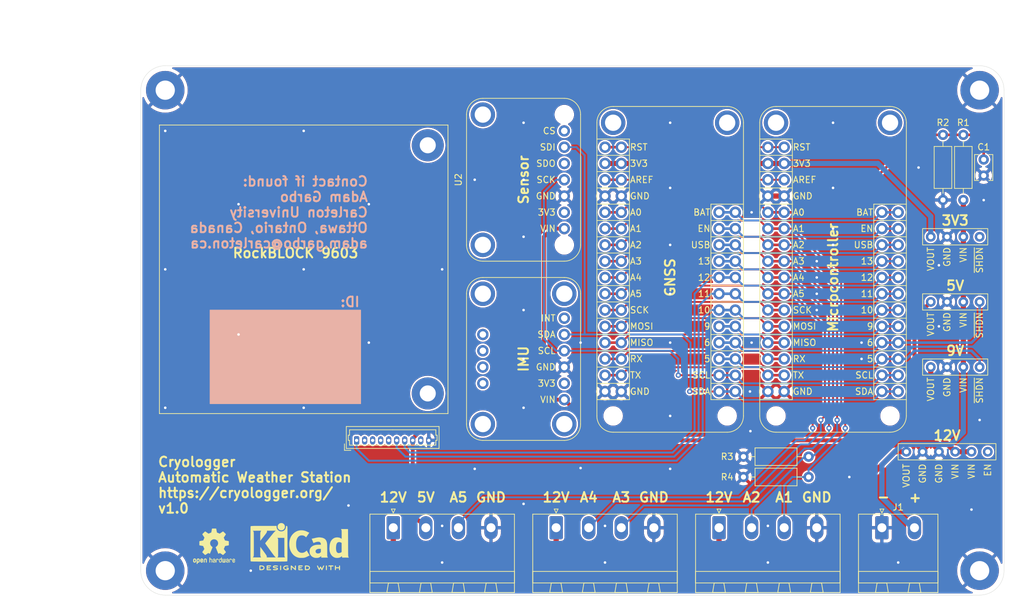
<source format=kicad_pcb>
(kicad_pcb (version 20211014) (generator pcbnew)
  (layers (0 "F.Cu" signal) (31 "B.Cu" signal) (34 "B.Paste" user) (35 "F.Paste" user) (36 "B.SilkS" user "B.Silkscreen") (37 "F.SilkS" user "F.Silkscreen") (38 "B.Mask" user) (39 "F.Mask" user) (44 "Edge.Cuts" user))
  (net 0 "")
  (net 1 "SCL")
  (net 2 "SDA")
  (net 3 "RST")
  (net 4 "AREF")
  (net 5 "SCK")
  (net 6 "MOSI")
  (net 7 "MISO")
  (net 8 "RX0")
  (net 9 "TX1")
  (net 10 "BAT")
  (net 11 "EN")
  (net 12 "A1")
  (net 13 "USB")
  (net 14 "A0")
  (net 15 "A2")
  (net 16 "A3")
  (net 17 "GND")
  (net 18 "+BATT")
  (net 19 "D6")
  (net 20 "D13")
  (net 21 "D5")
  (net 22 "D12")
  (net 23 "D11")
  (net 24 "D10")
  (net 25 "D9")
  (net 26 "+5V")
  (net 27 "+3V3")
  (net 28 "A4")
  (net 29 "A5")
  (net 40 "+9V")
  (net 41 "+12V")
  (footprint "MountingHole:MountingHole_3mm_Pad" (layer "F.Cu") (at 91.44 60.96)
    (fp_text reference "H2")
    (fp_text value "MountingHole_Pad")
  )
  (footprint "Cryologger:Adafruit_Feather_Header_Double" (layer "F.Cu") (at 170.18 88.9)
    (fp_text reference "U3")
    (fp_text value "Adafruit_Feather_Header")
  )
  (footprint "MountingHole:MountingHole_3mm_Pad" (layer "F.Cu") (at 218.44 135.89)
    (fp_text reference "H4")
    (fp_text value "MountingHole_Pad")
  )
  (footprint "MountingHole:MountingHole_3mm_Pad" (layer "F.Cu") (at 218.44 60.96)
    (fp_text reference "H3")
    (fp_text value "MountingHole_Pad")
  )
  (footprint "Cryologger:Adafruit_Feather_Header_Double" (layer "F.Cu") (at 195.58 88.9)
    (fp_text reference "U4")
    (fp_text value "Adafruit_Feather_Header")
  )
  (footprint "Connector_Molex:Molex_PicoBlade_53047-1010_1x10_P1.25mm_Vertical" (layer "F.Cu") (at 121.285 115.57)
    (fp_text reference "U5")
    (fp_text value "ROCKBLOCK_9603")
  )
  (footprint "Cryologger:Adafruit_LSM303AGR" (layer "F.Cu") (at 147.32 102.87 90)
    (fp_text reference "U1")
    (fp_text value "Adafruit_LSM303AGR")
  )
  (footprint "MountingHole:MountingHole_3mm_Pad" (layer "F.Cu") (at 91.44 135.89)
    (fp_text reference "H1")
    (fp_text value "MountingHole_Pad")
  )
  (footprint "Resistor_THT:R_Axial_DIN0207_L6.3mm_D2.5mm_P10.16mm_Horizontal" (layer "F.Cu") (at 215.9 78.085 90)
    (fp_text reference "R1")
    (fp_text value "4M" hide)
  )
  (footprint "Capacitor_THT:C_Disc_D3.8mm_W2.6mm_P2.50mm" (layer "F.Cu") (at 219.075 71.775 -90)
    (fp_text reference "C1")
    (fp_text value "C")
  )
  (footprint "Cryologger:RockBLOCK_9603_Footprint" (layer "F.Cu") (at 113.03 88.9 180)
    (fp_text reference "U8")
    (fp_text value "RockBLOCK_Footprint")
  )
  (footprint "Resistor_THT:R_Axial_DIN0207_L6.3mm_D2.5mm_P10.16mm_Horizontal" (layer "F.Cu") (at 212.725 67.925 -90)
    (fp_text reference "R2")
    (fp_text value "1M" hide)
  )
  (footprint "Cryologger:Adafruit_DPS310" (layer "F.Cu") (at 147.32 74.93 90)
    (fp_text reference "U2")
    (fp_text value "Adafruit_DPS310")
  )
  (footprint "Connector_Phoenix_MSTB:PhoenixContact_MSTBA_2,5_2-G-5,08_1x02_P5.08mm_Horizontal" (layer "F.Cu") (at 203.2 129.1915)
    (fp_text reference "J1")
    (fp_text value "Screw_Terminal_01x02")
  )
  (footprint "Resistor_THT:R_Axial_DIN0207_L6.3mm_D2.5mm_P10.16mm_Horizontal" (layer "F.Cu") (at 181.61 121.285)
    (fp_text reference "R4")
    (fp_text value "150")
  )
  (footprint "Cryologger:Pololu D36V6x" (layer "F.Cu") (at 214.63 83.82)
    (fp_text reference "U6" hide)
    (fp_text value "Pololu_D36V6" hide)
  )
  (footprint "Resistor_THT:R_Axial_DIN0207_L6.3mm_D2.5mm_P10.16mm_Horizontal" (layer "F.Cu") (at 181.61 118.11)
    (fp_text reference "R3")
    (fp_text value "150")
  )
  (footprint "Connector_Phoenix_MSTB:PhoenixContact_MSTBA_2,5_4-G-5,08_1x04_P5.08mm_Horizontal" (layer "F.Cu") (at 152.4 129.1915)
    (fp_text reference "J3" hide)
    (fp_text value "Screw_Terminal_01x04")
  )
  (footprint "Cryologger:Pololu D36V6x" (layer "F.Cu") (at 214.63 93.98)
    (fp_text reference "U7" hide)
    (fp_text value "Pololu_D36V6" hide)
  )
  (footprint "Connector_Phoenix_MSTB:PhoenixContact_MSTBA_2,5_4-G-5,08_1x04_P5.08mm_Horizontal" (layer "F.Cu") (at 127 129.1915)
    (fp_text reference "J4" hide)
    (fp_text value "Screw_Terminal_01x04")
  )
  (footprint "Connector_Phoenix_MSTB:PhoenixContact_MSTBA_2,5_4-G-5,08_1x04_P5.08mm_Horizontal" (layer "F.Cu") (at 177.8 129.1915)
    (fp_text reference "J2" hide)
    (fp_text value "Screw_Terminal_01x04")
  )
  (footprint "Symbol:OSHW-Logo2_7.3x6mm_SilkScreen" (layer "F.Cu") (at 99.06 132.08)
    (fp_text reference "REF**" hide)
    (fp_text value "OSHW-Logo2_7.3x6mm_SilkScreen" hide)
  )
  (footprint "Symbol:KiCad-Logo2_6mm_SilkScreen" (layer "F.Cu") (at 112.395 131.445)
    (fp_text reference "REF**" hide)
    (fp_text value "KiCad-Logo2_6mm_SilkScreen" hide)
  )
  (footprint "Cryologger:Pololu U3V40Fx" (layer "F.Cu") (at 213.36 117.348)
    (fp_text reference "U9" hide)
    (fp_text value "U3V40Fx")
  )
  (footprint "Cryologger:Pololu D36V6x" (layer "F.Cu") (at 214.63 104.14)
    (fp_text reference "U10" hide)
    (fp_text value "Pololu_D36V6" hide)
  )
  (gr_poly (pts (xy 121.92 109.855) (xy 98.425 109.855) (xy 98.425 95.25) (xy 121.92 95.25)) (layer "B.SilkS") (width 0.1) (fill solid))
  (gr_line (start 87.63 135.89) (end 87.63 60.96) (layer "Edge.Cuts") (width 0.05))
  (gr_arc (start 91.44 139.7) (mid 88.745923 138.584077) (end 87.63 135.89) (layer "Edge.Cuts") (width 0.05))
  (gr_line (start 222.25 60.96) (end 222.25 135.89) (layer "Edge.Cuts") (width 0.05))
  (gr_line (start 91.44 139.7) (end 218.44 139.7) (layer "Edge.Cuts") (width 0.05))
  (gr_line (start 91.44 57.15) (end 218.44 57.15) (layer "Edge.Cuts") (width 0.05))
  (gr_arc (start 218.44 57.15) (mid 221.134077 58.265923) (end 222.25 60.96) (layer "Edge.Cuts") (width 0.05))
  (gr_arc (start 222.25 135.89) (mid 221.134077 138.584077) (end 218.44 139.7) (layer "Edge.Cuts") (width 0.05))
  (gr_arc (start 87.63 60.96) (mid 88.745923 58.265923) (end 91.44 57.15) (layer "Edge.Cuts") (width 0.05))
  (gr_text "Contact if found:\nAdam Garbo\nCarleton University\nOttawa, Ontario, Canada\nadam.garbo@carleton.ca" (at 123.19 80.01) (layer "B.SilkS") (effects (font (size 1.5 1.5) (thickness 0.3)) (justify left mirror)))
  (gr_text "ID:" (at 121.92 93.98) (layer "B.SilkS") (effects (font (size 1.5 1.5) (thickness 0.3)) (justify left mirror)))
  (gr_text "IMU" (at 147.32 102.87 90) (layer "F.SilkS") (effects (font (size 1.5 1.5) (thickness 0.3))))
  (gr_text "3V3" (at 214.63 81.28) (layer "F.SilkS") (effects (font (size 1.5 1.5) (thickness 0.3))))
  (gr_text "5V" (at 214.63 91.44) (layer "F.SilkS") (effects (font (size 1.5 1.5) (thickness 0.3))))
  (gr_text "-" (at 203.454 124.587 180) (layer "F.SilkS") (effects (font (size 1.5 1.5) (thickness 0.3))))
  (gr_text "+" (at 208.28 124.587 90) (layer "F.SilkS") (effects (font (size 1.5 1.5) (thickness 0.3))))
  (gr_text "A2" (at 182.88 124.46) (layer "F.SilkS") (effects (font (size 1.5 1.5) (thickness 0.3))))
  (gr_text "A1" (at 187.96 124.46) (layer "F.SilkS") (effects (font (size 1.5 1.5) (thickness 0.3))))
  (gr_text "RockBLOCK 9603" (at 111.76 86.36) (layer "F.SilkS") (effects (font (size 1.5 1.5) (thickness 0.3))))
  (gr_text "9V" (at 214.63 101.6) (layer "F.SilkS") (effects (font (size 1.5 1.5) (thickness 0.3))))
  (gr_text "GND" (at 167.64 124.46) (layer "F.SilkS") (effects (font (size 1.5 1.5) (thickness 0.3))))
  (gr_text "12V" (at 152.4 124.46) (layer "F.SilkS") (effects (font (size 1.5 1.5) (thickness 0.3))))
  (gr_text "Sensor" (at 147.32 74.93 90) (layer "F.SilkS") (effects (font (size 1.5 1.5) (thickness 0.3))))
  (gr_text "GND" (at 142.24 124.46) (layer "F.SilkS") (effects (font (size 1.5 1.5) (thickness 0.3))))
  (gr_text "A5" (at 137.16 124.46) (layer "F.SilkS") (effects (font (size 1.5 1.5) (thickness 0.3))))
  (gr_text "Microcontroller" (at 195.58 90.17 90) (layer "F.SilkS") (effects (font (size 1.5 1.5) (thickness 0.3))))
  (gr_text "A4" (at 157.48 124.46) (layer "F.SilkS") (effects (font (size 1.5 1.5) (thickness 0.3))))
  (gr_text "GND" (at 193.04 124.46) (layer "F.SilkS") (effects (font (size 1.5 1.5) (thickness 0.3))))
  (gr_text "GNSS" (at 170.18 90.17 90) (layer "F.SilkS") (effects (font (size 1.5 1.5) (thickness 0.3))))
  (gr_text "Cryologger\nAutomatic Weather Station\nhttps://cryologger.org/\nv1.0 " (at 90.17 122.555) (layer "F.SilkS") (effects (font (size 1.5 1.5) (thickness 0.3)) (justify left)))
  (gr_text "12V" (at 177.8 124.46) (layer "F.SilkS") (effects (font (size 1.5 1.5) (thickness 0.3))))
  (gr_text "5V" (at 132.08 124.46) (layer "F.SilkS") (effects (font (size 1.5 1.5) (thickness 0.3))))
  (gr_text "A3" (at 162.56 124.46) (layer "F.SilkS") (effects (font (size 1.5 1.5) (thickness 0.3))))
  (gr_text "12V" (at 127 124.46) (layer "F.SilkS") (effects (font (size 1.5 1.5) (thickness 0.3))))
  (gr_text "12V" (at 213.36 114.808) (layer "F.SilkS") (effects (font (size 1.5 1.5) (thickness 0.3))))
  (segment (start 177.8 105.41) (end 171.45 105.41) (width 0.3048) (layer "F.Cu") (net 1))
  (via (at 171.45 105.41) (size 0.8) (drill 0.4) (layers "F.Cu" "B.Cu") (net 1))
  (segment (start 152.4 74.93) (end 153.67 74.93) (width 0.3048) (layer "B.Cu") (net 1))
  (segment (start 205.74 105.41) (end 203.2 105.41) (width 0.4064) (layer "B.Cu") (net 1))
  (segment (start 181.61 106.68) (end 180.34 105.41) (width 0.3048) (layer "B.Cu") (net 1))
  (segment (start 171.45 102.87) (end 170.18 101.6) (width 0.3048) (layer "B.Cu") (net 1))
  (segment (start 170.18 101.6) (end 152.4 101.6) (width 0.3048) (layer "B.Cu") (net 1))
  (segment (start 150.495 99.695) (end 150.495 76.835) (width 0.3048) (layer "B.Cu") (net 1))
  (segment (start 180.34 105.41) (end 177.8 105.41) (width 0.4064) (layer "B.Cu") (net 1))
  (segment (start 152.4 101.6) (end 150.495 99.695) (width 0.3048) (layer "B.Cu") (net 1))
  (segment (start 201.93 106.68) (end 181.61 106.68) (width 0.3048) (layer "B.Cu") (net 1))
  (segment (start 171.45 105.41) (end 171.45 102.87) (width 0.3048) (layer "B.Cu") (net 1))
  (segment (start 150.495 76.835) (end 152.4 74.93) (width 0.3048) (layer "B.Cu") (net 1))
  (segment (start 203.2 105.41) (end 201.93 106.68) (width 0.3048) (layer "B.Cu") (net 1))
  (segment (start 177.8 107.95) (end 173.228 107.95) (width 0.3048) (layer "F.Cu") (net 2))
  (via (at 173.228 107.95) (size 0.8) (drill 0.4) (layers "F.Cu" "B.Cu") (net 2))
  (segment (start 173.355 100.33) (end 173.355 107.823) (width 0.3048) (layer "B.Cu") (net 2))
  (segment (start 181.631711 109.241711) (end 180.34 107.95) (width 0.3048) (layer "B.Cu") (net 2))
  (segment (start 153.67 69.85) (end 155.575 69.85) (width 0.3048) (layer "B.Cu") (net 2))
  (segment (start 201.908289 109.241711) (end 181.631711 109.241711) (width 0.3048) (layer "B.Cu") (net 2))
  (segment (start 180.34 107.95) (end 177.8 107.95) (width 0.4064) (layer "B.Cu") (net 2))
  (segment (start 203.2 107.95) (end 201.908289 109.241711) (width 0.3048) (layer "B.Cu") (net 2))
  (segment (start 153.67 99.06) (end 172.085 99.06) (width 0.3048) (layer "B.Cu") (net 2))
  (segment (start 172.085 99.06) (end 173.355 100.33) (width 0.3048) (layer "B.Cu") (net 2))
  (segment (start 155.575 69.85) (end 156.845 71.12) (width 0.3048) (layer "B.Cu") (net 2))
  (segment (start 156.845 71.12) (end 156.845 99.06) (width 0.3048) (layer "B.Cu") (net 2))
  (segment (start 205.74 107.95) (end 203.2 107.95) (width 0.4064) (layer "B.Cu") (net 2))
  (segment (start 173.355 107.823) (end 173.228 107.95) (width 0.3048) (layer "B.Cu") (net 2))
  (segment (start 162.56 69.85) (end 185.42 69.85) (width 0.3048) (layer "F.Cu") (net 3))
  (segment (start 185.42 69.85) (end 187.96 69.85) (width 0.3048) (layer "F.Cu") (net 3))
  (segment (start 160.02 69.85) (end 162.56 69.85) (width 0.4064) (layer "F.Cu") (net 3))
  (segment (start 160.02 74.93) (end 162.56 74.93) (width 0.4064) (layer "F.Cu") (net 4))
  (segment (start 185.42 74.93) (end 187.96 74.93) (width 0.3048) (layer "F.Cu") (net 4))
  (segment (start 162.56 74.93) (end 185.42 74.93) (width 0.3048) (layer "F.Cu") (net 4))
  (segment (start 163.83 93.98) (end 184.15 93.98) (width 0.3048) (layer "F.Cu") (net 5))
  (segment (start 160.02 95.25) (end 162.56 95.25) (width 0.4064) (layer "F.Cu") (net 5))
  (segment (start 162.56 95.25) (end 163.83 93.98) (width 0.3048) (layer "F.Cu") (net 5))
  (segment (start 185.42 95.25) (end 187.96 95.25) (width 0.4064) (layer "F.Cu") (net 5))
  (segment (start 184.15 93.98) (end 185.42 95.25) (width 0.3048) (layer "F.Cu") (net 5))
  (segment (start 160.02 97.79) (end 162.56 97.79) (width 0.4064) (layer "F.Cu") (net 6))
  (segment (start 185.42 97.79) (end 187.96 97.79) (width 0.4064) (layer "F.Cu") (net 6))
  (segment (start 162.56 97.79) (end 163.83 96.52) (width 0.3048) (layer "F.Cu") (net 6))
  (segment (start 184.15 96.52) (end 185.42 97.79) (width 0.3048) (layer "F.Cu") (net 6))
  (segment (start 163.83 96.52) (end 184.15 96.52) (width 0.3048) (layer "F.Cu") (net 6))
  (segment (start 163.83 99.06) (end 184.15 99.06) (width 0.3048) (layer "F.Cu") (net 7))
  (segment (start 185.42 100.33) (end 187.96 100.33) (width 0.4064) (layer "F.Cu") (net 7))
  (segment (start 162.56 100.33) (end 163.83 99.06) (width 0.3048) (layer "F.Cu") (net 7))
  (segment (start 160.02 100.33) (end 162.56 100.33) (width 0.4064) (layer "F.Cu") (net 7))
  (segment (start 184.15 99.06) (end 185.42 100.33) (width 0.3048) (layer "F.Cu") (net 7))
  (segment (start 163.801401 101.628599) (end 162.56 102.87) (width 0.3048) (layer "F.Cu") (net 8))
  (segment (start 185.42 102.87) (end 184.178599 101.628599) (width 0.3048) (layer "F.Cu") (net 8))
  (segment (start 184.178599 101.628599) (end 163.801401 101.628599) (width 0.3048) (layer "F.Cu") (net 8))
  (segment (start 187.96 102.87) (end 185.42 102.87) (width 0.4064) (layer "F.Cu") (net 8))
  (segment (start 162.56 102.87) (end 160.02 102.87) (width 0.4064) (layer "F.Cu") (net 8))
  (segment (start 184.178599 104.168599) (end 163.801401 104.168599) (width 0.3048) (layer "F.Cu") (net 9))
  (segment (start 163.801401 104.168599) (end 162.56 105.41) (width 0.3048) (layer "F.Cu") (net 9))
  (segment (start 162.56 105.41) (end 160.02 105.41) (width 0.4064) (layer "F.Cu") (net 9))
  (segment (start 187.96 105.41) (end 185.42 105.41) (width 0.4064) (layer "F.Cu") (net 9))
  (segment (start 185.42 105.41) (end 184.178599 104.168599) (width 0.3048) (layer "F.Cu") (net 9))
  (segment (start 203.2 80.01) (end 201.93 81.28) (width 0.3048) (layer "B.Cu") (net 10))
  (segment (start 181.61 81.28) (end 180.34 80.01) (width 0.3048) (layer "B.Cu") (net 10))
  (segment (start 201.93 81.28) (end 181.61 81.28) (width 0.3048) (layer "B.Cu") (net 10))
  (segment (start 205.74 80.01) (end 203.2 80.01) (width 0.4064) (layer "B.Cu") (net 10))
  (segment (start 180.34 80.01) (end 177.8 80.01) (width 0.4064) (layer "B.Cu") (net 10))
  (segment (start 205.74 82.55) (end 203.2 82.55) (width 0.4064) (layer "B.Cu") (net 11))
  (segment (start 181.61 83.82) (end 180.34 82.55) (width 0.3048) (layer "B.Cu") (net 11))
  (segment (start 201.93 83.82) (end 181.61 83.82) (width 0.3048) (layer "B.Cu") (net 11))
  (segment (start 203.2 82.55) (end 201.93 83.82) (width 0.3048) (layer "B.Cu") (net 11))
  (segment (start 180.34 82.55) (end 177.8 82.55) (width 0.4064) (layer "B.Cu") (net 11))
  (segment (start 197.485 112.395) (end 197.485 113.665) (width 0.3048) (layer "F.Cu") (net 12))
  (segment (start 196.85 111.76) (end 197.485 112.395) (width 0.3048) (layer "F.Cu") (net 12))
  (segment (start 163.83 81.28) (end 184.15 81.28) (width 0.3048) (layer "F.Cu") (net 12))
  (segment (start 189.23 82.55) (end 196.85 90.17) (width 0.3048) (layer "F.Cu") (net 12))
  (segment (start 184.15 81.28) (end 185.42 82.55) (width 0.3048) (layer "F.Cu") (net 12))
  (segment (start 162.56 82.55) (end 163.83 81.28) (width 0.3048) (layer "F.Cu") (net 12))
  (segment (start 187.96 82.55) (end 189.23 82.55) (width 0.3048) (layer "F.Cu") (net 12))
  (segment (start 185.42 82.55) (end 187.96 82.55) (width 0.4064) (layer "F.Cu") (net 12))
  (segment (start 196.85 90.17) (end 196.85 111.76) (width 0.3048) (layer "F.Cu") (net 12))
  (segment (start 160.02 82.55) (end 162.56 82.55) (width 0.4064) (layer "F.Cu") (net 12))
  (via (at 197.485 113.665) (size 0.8) (drill 0.4) (layers "F.Cu" "B.Cu") (net 12))
  (segment (start 197.485 114.3) (end 197.485 113.665) (width 0.3048) (layer "B.Cu") (net 12))
  (segment (start 189.23 121.285) (end 191.77 121.285) (width 0.3048) (layer "B.Cu") (net 12))
  (segment (start 191.77 121.285) (end 191.77 120.015) (width 0.3048) (layer "B.Cu") (net 12))
  (segment (start 191.77 120.015) (end 197.485 114.3) (width 0.3048) (layer "B.Cu") (net 12))
  (segment (start 187.96 122.555) (end 189.23 121.285) (width 0.3048) (layer "B.Cu") (net 12))
  (segment (start 187.96 129.1915) (end 187.96 122.555) (width 0.3048) (layer "B.Cu") (net 12))
  (segment (start 205.74 85.09) (end 203.2 85.09) (width 0.4064) (layer "B.Cu") (net 13))
  (segment (start 181.61 86.36) (end 180.34 85.09) (width 0.3048) (layer "B.Cu") (net 13))
  (segment (start 201.93 86.36) (end 181.61 86.36) (width 0.3048) (layer "B.Cu") (net 13))
  (segment (start 203.2 85.09) (end 201.93 86.36) (width 0.3048) (layer "B.Cu") (net 13))
  (segment (start 180.34 85.09) (end 177.8 85.09) (width 0.4064) (layer "B.Cu") (net 13))
  (segment (start 215.9 67.925) (end 217.15 67.925) (width 0.4064) (layer "F.Cu") (net 14))
  (segment (start 212.725 67.925) (end 215.9 67.925) (width 0.4064) (layer "F.Cu") (net 14))
  (segment (start 185.42 80.01) (end 187.96 80.01) (width 0.4064) (layer "F.Cu") (net 14))
  (segment (start 160.02 80.01) (end 162.56 80.01) (width 0.4064) (layer "F.Cu") (net 14))
  (segment (start 219.075 69.85) (end 219.075 71.775) (width 0.4064) (layer "F.Cu") (net 14))
  (segment (start 187.96 80.01) (end 196.85 80.01) (width 0.4064) (layer "F.Cu") (net 14))
  (segment (start 163.83 78.74) (end 184.15 78.74) (width 0.3048) (layer "F.Cu") (net 14))
  (segment (start 208.915 67.945) (end 208.935 67.925) (width 0.4064) (layer "F.Cu") (net 14))
  (segment (start 162.56 80.01) (end 163.83 78.74) (width 0.3048) (layer "F.Cu") (net 14))
  (segment (start 184.15 78.74) (end 185.42 80.01) (width 0.3048) (layer "F.Cu") (net 14))
  (segment (start 196.85 80.01) (end 208.915 67.945) (width 0.4064) (layer "F.Cu") (net 14))
  (segment (start 208.935 67.925) (end 212.725 67.925) (width 0.4064) (layer "F.Cu") (net 14))
  (segment (start 217.15 67.925) (end 219.075 69.85) (width 0.4064) (layer "F.Cu") (net 14))
  (segment (start 187.96 85.09) (end 189.23 85.09) (width 0.3048) (layer "F.Cu") (net 15))
  (segment (start 185.42 85.09) (end 187.96 85.09) (width 0.4064) (layer "F.Cu") (net 15))
  (segment (start 196.215 92.075) (end 196.215 112.395) (width 0.3048) (layer "F.Cu") (net 15))
  (segment (start 160.02 85.09) (end 162.56 85.09) (width 0.4064) (layer "F.Cu") (net 15))
  (segment (start 184.15 83.82) (end 185.42 85.09) (width 0.3048) (layer "F.Cu") (net 15))
  (segment (start 163.83 83.82) (end 184.15 83.82) (width 0.3048) (layer "F.Cu") (net 15))
  (segment (start 189.23 85.09) (end 196.215 92.075) (width 0.3048) (layer "F.Cu") (net 15))
  (segment (start 162.56 85.09) (end 163.83 83.82) (width 0.3048) (layer "F.Cu") (net 15))
  (via (at 196.215 112.395) (size 0.8) (drill 0.4) (layers "F.Cu" "B.Cu") (net 15))
  (segment (start 182.88 126.365) (end 191.135 118.11) (width 0.3048) (layer "B.Cu") (net 15))
  (segment (start 191.135 118.11) (end 191.77 118.11) (width 0.3048) (layer "B.Cu") (net 15))
  (segment (start 182.88 129.1915) (end 182.88 126.365) (width 0.3048) (layer "B.Cu") (net 15))
  (segment (start 192.405 118.11) (end 191.77 118.11) (width 0.3048) (layer "B.Cu") (net 15))
  (segment (start 196.215 114.3) (end 192.405 118.11) (width 0.3048) (layer "B.Cu") (net 15))
  (segment (start 196.215 112.395) (end 196.215 114.3) (width 0.3048) (layer "B.Cu") (net 15))
  (segment (start 194.945 112.395) (end 194.945 113.665) (width 0.3048) (layer "F.Cu") (net 16))
  (segment (start 185.42 87.63) (end 187.96 87.63) (width 0.4064) (layer "F.Cu") (net 16))
  (segment (start 195.58 93.98) (end 195.58 111.76) (width 0.3048) (layer "F.Cu") (net 16))
  (segment (start 160.02 87.63) (end 162.56 87.63) (width 0.4064) (layer "F.Cu") (net 16))
  (segment (start 184.15 86.36) (end 185.42 87.63) (width 0.3048) (layer "F.Cu") (net 16))
  (segment (start 195.58 111.76) (end 194.945 112.395) (width 0.3048) (layer "F.Cu") (net 16))
  (segment (start 189.23 87.63) (end 195.58 93.98) (width 0.3048) (layer "F.Cu") (net 16))
  (segment (start 163.83 86.36) (end 184.15 86.36) (width 0.3048) (layer "F.Cu") (net 16))
  (segment (start 187.96 87.63) (end 189.23 87.63) (width 0.3048) (layer "F.Cu") (net 16))
  (segment (start 162.56 87.63) (end 163.83 86.36) (width 0.3048) (layer "F.Cu") (net 16))
  (via (at 194.945 113.665) (size 0.8) (drill 0.4) (layers "F.Cu" "B.Cu") (net 16))
  (segment (start 194.945 114.3) (end 192.405 116.84) (width 0.3048) (layer "B.Cu") (net 16))
  (segment (start 194.945 113.665) (end 194.945 114.3) (width 0.3048) (layer "B.Cu") (net 16))
  (segment (start 166.0215 125.73) (end 162.56 129.1915) (width 0.3048) (layer "B.Cu") (net 16))
  (segment (start 182.245 125.73) (end 166.0215 125.73) (width 0.3048) (layer "B.Cu") (net 16))
  (segment (start 191.135 116.84) (end 182.245 125.73) (width 0.3048) (layer "B.Cu") (net 16))
  (segment (start 192.405 116.84) (end 191.135 116.84) (width 0.3048) (layer "B.Cu") (net 16))
  (segment (start 185.42 77.47) (end 187.96 77.47) (width 0.8128) (layer "F.Cu") (net 17))
  (via (at 91.44 67.31) (size 0.8) (drill 0.4) (layers "F.Cu" "B.Cu") (net 17))
  (via (at 113.03 88.9) (size 0.8) (drill 0.4) (layers "F.Cu" "B.Cu") (net 17))
  (via (at 91.44 110.49) (size 0.8) (drill 0.4) (layers "F.Cu" "B.Cu") (net 17))
  (via (at 147.32 74.93) (size 0.8) (drill 0.4) (layers "F.Cu" "B.Cu") (net 17))
  (via (at 147.32 102.87) (size 0.8) (drill 0.4) (layers "F.Cu" "B.Cu") (net 17))
  (via (at 123.19 78.74) (size 0.8) (drill 0.4) (layers "F.Cu" "B.Cu") (net 17))
  (via (at 102.87 78.74) (size 0.8) (drill 0.4) (layers "F.Cu" "B.Cu") (net 17))
  (via (at 102.87 99.06) (size 0.8) (drill 0.4) (layers "F.Cu" "B.Cu") (net 17))
  (via (at 123.19 100.33) (size 0.8) (drill 0.4) (layers "F.Cu" "B.Cu") (net 17))
  (via (at 147.32 66.04) (size 0.8) (drill 0.4) (layers "F.Cu" "B.Cu") (net 17))
  (via (at 147.32 83.82) (size 0.8) (drill 0.4) (layers "F.Cu" "B.Cu") (net 17))
  (via (at 147.32 95.25) (size 0.8) (drill 0.4) (layers "F.Cu" "B.Cu") (net 17))
  (via (at 147.32 110.49) (size 0.8) (drill 0.4) (layers "F.Cu" "B.Cu") (net 17))
  (via (at 170.18 66.04) (size 0.8) (drill 0.4) (layers "F.Cu" "B.Cu") (net 17))
  (via (at 170.18 111.76) (size 0.8) (drill 0.4) (layers "F.Cu" "B.Cu") (net 17))
  (via (at 134.62 88.9) (size 0.8) (drill 0.4) (layers "F.Cu" "B.Cu") (net 17))
  (via (at 91.44 88.9) (size 0.8) (drill 0.4) (layers "F.Cu" "B.Cu") (net 17))
  (via (at 139.7 74.93) (size 0.8) (drill 0.4) (layers "F.Cu" "B.Cu") (net 17))
  (via (at 195.58 66.04) (size 0.8) (drill 0.4) (layers "F.Cu" "B.Cu") (net 17))
  (via (at 113.03 67.31) (size 0.8) (drill 0.4) (layers "F.Cu" "B.Cu") (net 17))
  (via (at 113.03 110.49) (size 0.8) (drill 0.4) (layers "F.Cu" "B.Cu") (net 17))
  (via (at 195.58 76.2) (size 0.8) (drill 0.4) (layers "F.Cu" "B.Cu") (net 17))
  (via (at 170.18 76.2) (size 0.8) (drill 0.4) (layers "F.Cu" "B.Cu") (net 17))
  (via (at 156.21 100.33) (size 0.8) (drill 0.4) (layers "F.Cu" "B.Cu") (net 17))
  (via (at 134.62 128.905) (size 0.8) (drill 0.4) (layers "F.Cu" "B.Cu") (net 17))
  (via (at 170.18 85.09) (size 0.8) (drill 0.4) (layers "F.Cu" "B.Cu") (net 17))
  (via (at 219.075 78.105) (size 0.8) (drill 0.4) (layers "F.Cu" "B.Cu") (net 17))
  (via (at 185.42 128.905) (size 0.8) (drill 0.4) (layers "F.Cu" "B.Cu") (net 17))
  (via (at 156.21 119.888) (size 0.8) (drill 0.4) (layers "F.Cu" "B.Cu") (net 17))
  (via (at 193.04 92.71) (size 0.8) (drill 0.4) (layers "F.Cu" "B.Cu") (net 17))
  (via (at 160.02 134.62) (size 0.8) (drill 0.4) (layers "F.Cu" "B.Cu") (net 17))
  (via (at 160.02 128.905) (size 0.8) (drill 0.4) (layers "F.Cu" "B.Cu") (net 17))
  (via (at 120.015 125.73) (size 0.8) (drill 0.4) (layers "F.Cu" "B.Cu") (net 17))
  (via (at 193.04 95.25) (size 0.8) (drill 0.4) (layers "F.Cu" "B.Cu") (net 17))
  (via (at 195.58 85.09) (size 0.8) (drill 0.4) (layers "F.Cu" "B.Cu") (net 17))
  (via (at 170.18 120.015) (size 0.8) (drill 0.4) (layers "F.Cu" "B.Cu") (net 17))
  (via (at 217.17 126.365) (size 0.8) (drill 0.4) (layers "F.Cu" "B.Cu") (net 17))
  (via (at 200.025 102.87) (size 0.8) (drill 0.4) (layers "F.Cu" "B.Cu") (net 17))
  (via (at 147.32 125.476) (size 0.8) (drill 0.4) (layers "F.Cu" "B.Cu") (net 17))
  (via (at 134.62 134.62) (size 0.8) (drill 0.4) (layers "F.Cu" "B.Cu") (net 17))
  (via (at 139.7 120.015) (size 0.8) (drill 0.4) (layers "F.Cu" "B.Cu") (net 17))
  (via (at 182.88 100.33) (size 0.8) (drill 0.4) (layers "F.Cu" "B.Cu") (net 17))
  (via (at 182.626 107.95) (size 0.8) (drill 0.4) (layers "F.Cu" "B.Cu") (net 17))
  (via (at 208.915 73.025) (size 0.8) (drill 0.4) (layers "F.Cu" "B.Cu") (net 17))
  (via (at 200.025 100.33) (size 0.8) (drill 0.4) (layers "F.Cu" "B.Cu") (net 17))
  (via (at 182.694853 114.1323) (size 0.8) (drill 0.4) (layers "F.Cu" "B.Cu") (net 17))
  (via (at 212.09 88.265) (size 0.8) (drill 0.4) (layers "F.Cu" "B.Cu") (net 17))
  (via (at 193.04 90.17) (size 0.8) (drill 0.4) (layers "F.Cu" "B.Cu") (net 17))
  (via (at 195.58 82.55) (size 0.8) (drill 0.4) (layers "F.Cu" "B.Cu") (net 17))
  (via (at 193.04 87.63) (size 0.8) (drill 0.4) (layers "F.Cu" "B.Cu") (net 17))
  (via (at 212.09 97.79) (size 0.8) (drill 0.4) (layers "F.Cu" "B.Cu") (net 17))
  (via (at 218.44 112.395) (size 0.8) (drill 0.4) (layers "F.Cu" "B.Cu") (net 17))
  (via (at 205.74 134.62) (size 0.8) (drill 0.4) (layers "F.Cu" "B.Cu") (net 17))
  (via (at 198.12 121.285) (size 0.8) (drill 0.4) (layers "F.Cu" "B.Cu") (net 17))
  (via (at 170.18 100.33) (size 0.8) (drill 0.4) (layers "F.Cu" "B.Cu") (net 17))
  (via (at 185.42 134.62) (size 0.8) (drill 0.4) (layers "F.Cu" "B.Cu") (net 17))
  (via (at 182.88 80.01) (size 0.8) (drill 0.4) (layers "F.Cu" "B.Cu") (net 17))
  (via (at 104.775 135.89) (size 0.8) (drill 0.4) (layers "F.Cu" "B.Cu") (net 17))
  (via (at 170.18 92.71) (size 0.8) (drill 0.4) (layers "F.Cu" "B.Cu") (net 17))
  (segment (start 215.9 93.98) (end 215.9 104.14) (width 0.8128) (layer "F.Cu") (net 18))
  (segment (start 215.9 83.82) (end 215.9 93.98) (width 0.8128) (layer "F.Cu") (net 18))
  (segment (start 215.9 83.82) (end 215.9 78.085) (width 0.8128) (layer "F.Cu") (net 18))
  (segment (start 207.9315 129.1915) (end 203.2 124.46) (width 0.8128) (layer "B.Cu") (net 18))
  (segment (start 203.2 119.38) (end 206.375 116.205) (width 0.8128) (layer "B.Cu") (net 18))
  (segment (start 208.28 129.1915) (end 207.9315 129.1915) (width 0.8128) (layer "B.Cu") (net 18))
  (segment (start 215.9 114.3) (end 215.9 104.14) (width 0.8128) (layer "B.Cu") (net 18))
  (segment (start 203.2 124.46) (end 203.2 119.38) (width 0.8128) (layer "B.Cu") (net 18))
  (segment (start 206.375 116.205) (end 213.995 116.205) (width 0.8128) (layer "B.Cu") (net 18))
  (segment (start 213.995 116.205) (end 215.9 114.3) (width 0.8128) (layer "B.Cu") (net 18))
  (segment (start 201.93 101.6) (end 181.61 101.6) (width 0.3048) (layer "B.Cu") (net 19))
  (segment (start 180.34 100.33) (end 177.8 100.33) (width 0.4064) (layer "B.Cu") (net 19))
  (segment (start 205.74 100.33) (end 217.17 100.33) (width 0.4064) (layer "B.Cu") (net 19))
  (segment (start 218.44 99.06) (end 218.44 93.98) (width 0.4064) (layer "B.Cu") (net 19))
  (segment (start 217.17 100.33) (end 218.44 99.06) (width 0.4064) (layer "B.Cu") (net 19))
  (segment (start 203.2 100.33) (end 201.93 101.6) (width 0.3048) (layer "B.Cu") (net 19))
  (segment (start 181.61 101.6) (end 180.34 100.33) (width 0.3048) (layer "B.Cu") (net 19))
  (segment (start 205.74 100.33) (end 203.2 100.33) (width 0.4064) (layer "B.Cu") (net 19))
  (segment (start 205.74 87.63) (end 203.2 87.63) (width 0.4064) (layer "B.Cu") (net 20))
  (segment (start 181.61 88.9) (end 180.34 87.63) (width 0.3048) (layer "B.Cu") (net 20))
  (segment (start 201.93 88.9) (end 181.61 88.9) (width 0.3048) (layer "B.Cu") (net 20))
  (segment (start 203.2 87.63) (end 201.93 88.9) (width 0.3048) (layer "B.Cu") (net 20))
  (segment (start 180.34 87.63) (end 177.8 87.63) (width 0.4064) (layer "B.Cu") (net 20))
  (segment (start 218.44 102.87) (end 217.17 101.6) (width 0.4064) (layer "B.Cu") (net 21))
  (segment (start 208.28 101.6) (end 207.01 102.87) (width 0.4064) (layer "B.Cu") (net 21))
  (segment (start 203.2 102.87) (end 201.93 104.14) (width 0.3048) (layer "B.Cu") (net 21))
  (segment (start 205.74 102.87) (end 203.2 102.87) (width 0.4064) (layer "B.Cu") (net 21))
  (segment (start 217.17 101.6) (end 208.28 101.6) (width 0.4064) (layer "B.Cu") (net 21))
  (segment (start 181.61 104.14) (end 180.34 102.87) (width 0.3048) (layer "B.Cu") (net 21))
  (segment (start 180.34 102.87) (end 177.8 102.87) (width 0.4064) (layer "B.Cu") (net 21))
  (segment (start 207.01 102.87) (end 205.74 102.87) (width 0.4064) (layer "B.Cu") (net 21))
  (segment (start 218.44 104.14) (end 218.44 102.87) (width 0.4064) (layer "B.Cu") (net 21))
  (segment (start 201.93 104.14) (end 181.61 104.14) (width 0.3048) (layer "B.Cu") (net 21))
  (segment (start 128.785 116.72) (end 129.54 117.475) (width 0.3048) (layer "B.Cu") (net 22))
  (segment (start 180.34 90.17) (end 177.8 90.17) (width 0.4064) (layer "B.Cu") (net 22))
  (segment (start 173.99 92.71) (end 176.53 90.17) (width 0.3048) (layer "B.Cu") (net 22))
  (segment (start 128.785 115.57) (end 128.785 116.72) (width 0.3048) (layer "B.Cu") (net 22))
  (segment (start 203.2 90.17) (end 201.93 91.44) (width 0.3048) (layer "B.Cu") (net 22))
  (segment (start 205.74 90.17) (end 203.2 90.17) (width 0.4064) (layer "B.Cu") (net 22))
  (segment (start 170.561 117.475) (end 173.99 114.046) (width 0.3048) (layer "B.Cu") (net 22))
  (segment (start 181.61 91.44) (end 180.34 90.17) (width 0.3048) (layer "B.Cu") (net 22))
  (segment (start 173.99 114.046) (end 173.99 92.71) (width 0.3048) (layer "B.Cu") (net 22))
  (segment (start 201.93 91.44) (end 181.61 91.44) (width 0.3048) (layer "B.Cu") (net 22))
  (segment (start 176.53 90.17) (end 177.8 90.17) (width 0.3048) (layer "B.Cu") (net 22))
  (segment (start 129.54 117.475) (end 170.561 117.475) (width 0.3048) (layer "B.Cu") (net 22))
  (segment (start 205.74 92.71) (end 203.2 92.71) (width 0.4064) (layer "B.Cu") (net 23))
  (segment (start 170.815 118.11) (end 174.625 114.3) (width 0.3048) (layer "B.Cu") (net 23))
  (segment (start 127.535 115.57) (end 127.535 116.74) (width 0.3048) (layer "B.Cu") (net 23))
  (segment (start 201.93 93.98) (end 203.2 92.71) (width 0.3048) (layer "B.Cu") (net 23))
  (segment (start 174.625 94.615) (end 176.53 92.71) (width 0.3048) (layer "B.Cu") (net 23))
  (segment (start 176.53 92.71) (end 177.8 92.71) (width 0.3048) (layer "B.Cu") (net 23))
  (segment (start 174.625 114.3) (end 174.625 94.615) (width 0.3048) (layer "B.Cu") (net 23))
  (segment (start 181.61 93.98) (end 201.93 93.98) (width 0.3048) (layer "B.Cu") (net 23))
  (segment (start 127.535 116.74) (end 128.905 118.11) (width 0.3048) (layer "B.Cu") (net 23))
  (segment (start 180.34 92.71) (end 181.61 93.98) (width 0.3048) (layer "B.Cu") (net 23))
  (segment (start 180.34 92.71) (end 177.8 92.71) (width 0.4064) (layer "B.Cu") (net 23))
  (segment (start 128.905 118.11) (end 170.815 118.11) (width 0.3048) (layer "B.Cu") (net 23))
  (segment (start 201.93 96.52) (end 181.61 96.52) (width 0.3048) (layer "B.Cu") (net 24))
  (segment (start 123.19 118.745) (end 171.196 118.745) (width 0.3048) (layer "B.Cu") (net 24))
  (segment (start 181.61 96.52) (end 180.34 95.25) (width 0.3048) (layer "B.Cu") (net 24))
  (segment (start 205.74 95.25) (end 203.2 95.25) (width 0.4064) (layer "B.Cu") (net 24))
  (segment (start 171.196 118.745) (end 175.26 114.681) (width 0.3048) (layer "B.Cu") (net 24))
  (segment (start 176.53 95.25) (end 177.8 95.25) (width 0.3048) (layer "B.Cu") (net 24))
  (segment (start 175.26 96.52) (end 176.53 95.25) (width 0.3048) (layer "B.Cu") (net 24))
  (segment (start 180.34 95.25) (end 177.8 95.25) (width 0.4064) (layer "B.Cu") (net 24))
  (segment (start 203.2 95.25) (end 201.93 96.52) (width 0.3048) (layer "B.Cu") (net 24))
  (segment (start 121.285 115.57) (end 121.285 116.84) (width 0.3048) (layer "B.Cu") (net 24))
  (segment (start 121.285 116.84) (end 123.19 118.745) (width 0.3048) (layer "B.Cu") (net 24))
  (segment (start 175.26 114.681) (end 175.26 96.52) (width 0.3048) (layer "B.Cu") (net 24))
  (segment (start 180.34 97.79) (end 177.8 97.79) (width 0.4064) (layer "B.Cu") (net 25))
  (segment (start 201.93 99.06) (end 181.61 99.06) (width 0.3048) (layer "B.Cu") (net 25))
  (segment (start 203.2 97.79) (end 201.93 99.06) (width 0.3048) (layer "B.Cu") (net 25))
  (segment (start 181.61 99.06) (end 180.34 97.79) (width 0.3048) (layer "B.Cu") (net 25))
  (segment (start 205.74 97.79) (end 203.2 97.79) (width 0.4064) (layer "B.Cu") (net 25))
  (segment (start 136.106099 109.22) (end 130.035 115.291099) (width 0.6096) (layer "F.Cu") (net 26))
  (segment (start 151.765 82.55) (end 150.495 83.82) (width 0.6096) (layer "F.Cu") (net 26))
  (segment (start 150.495 83.82) (end 150.495 109.22) (width 0.6096) (layer "F.Cu") (net 26))
  (segment (start 130.035 115.291099) (end 130.035 115.57) (width 0.6096) (layer "F.Cu") (net 26))
  (segment (start 208.28 112.395) (end 205.105 115.57) (width 0.6096) (layer "F.Cu") (net 26))
  (segment (start 205.105 115.57) (end 160.02 115.57) (width 0.6096) (layer "F.Cu") (net 26))
  (segment (start 130.035 127.1465) (end 132.08 129.1915) (width 0.6096) (layer "F.Cu") (net 26))
  (segment (start 210.82 93.98) (end 208.28 96.52) (width 0.6096) (layer "F.Cu") (net 26))
  (segment (start 208.28 96.52) (end 208.28 112.395) (width 0.6096) (layer "F.Cu") (net 26))
  (segment (start 160.02 115.57) (end 153.67 109.22) (width 0.6096) (layer "F.Cu") (net 26))
  (segment (start 150.495 109.22) (end 153.67 109.22) (width 0.6096) (layer "F.Cu") (net 26))
  (segment (start 153.67 82.55) (end 151.765 82.55) (width 0.6096) (layer "F.Cu") (net 26))
  (segment (start 150.495 109.22) (end 136.106099 109.22) (width 0.6096) (layer "F.Cu") (net 26))
  (segment (start 130.035 115.32) (end 130.035 127.1465) (width 0.4064) (layer "F.Cu") (net 26))
  (segment (start 130.035 115.57) (end 130.035 127.1465) (width 0.6096) (layer "F.Cu") (net 26))
  (segment (start 162.56 72.39) (end 160.02 72.39) (width 0.8128) (layer "F.Cu") (net 27))
  (segment (start 185.42 72.39) (end 187.96 72.39) (width 0.8128) (layer "F.Cu") (net 27))
  (segment (start 185.42 72.39) (end 162.56 72.39) (width 0.8128) (layer "F.Cu") (net 27))
  (segment (start 210.82 80.645) (end 202.565 72.39) (width 0.8128) (layer "B.Cu") (net 27))
  (segment (start 210.82 83.82) (end 210.82 80.645) (width 0.8128) (layer "B.Cu") (net 27))
  (segment (start 187.96 72.39) (end 202.565 72.39) (width 0.8128) (layer "B.Cu") (net 27))
  (segment (start 163.83 88.9) (end 184.15 88.9) (width 0.3048) (layer "F.Cu") (net 28))
  (segment (start 185.42 90.17) (end 187.96 90.17) (width 0.4064) (layer "F.Cu") (net 28))
  (segment (start 162.56 90.17) (end 163.83 88.9) (width 0.3048) (layer "F.Cu") (net 28))
  (segment (start 194.945 111.125) (end 193.675 112.395) (width 0.3048) (layer "F.Cu") (net 28))
  (segment (start 194.945 95.885) (end 194.945 111.125) (width 0.3048) (layer "F.Cu") (net 28))
  (segment (start 189.23 90.17) (end 194.945 95.885) (width 0.3048) (layer "F.Cu") (net 28))
  (segment (start 187.96 90.17) (end 189.23 90.17) (width 0.3048) (layer "F.Cu") (net 28))
  (segment (start 184.15 88.9) (end 185.42 90.17) (width 0.3048) (layer "F.Cu") (net 28))
  (segment (start 160.02 90.17) (end 162.56 90.17) (width 0.4064) (layer "F.Cu") (net 28))
  (via (at 193.675 112.395) (size 0.8) (drill 0.4) (layers "F.Cu" "B.Cu") (net 28))
  (segment (start 193.675 112.395) (end 193.675 114.3) (width 0.3048) (layer "B.Cu") (net 28))
  (segment (start 181.61 125.095) (end 161.5765 125.095) (width 0.3048) (layer "B.Cu") (net 28))
  (segment (start 193.675 114.3) (end 191.77 116.205) (width 0.3048) (layer "B.Cu") (net 28))
  (segment (start 161.5765 125.095) (end 157.48 129.1915) (width 0.3048) (layer "B.Cu") (net 28))
  (segment (start 191.77 116.205) (end 190.5 116.205) (width 0.3048) (layer "B.Cu") (net 28))
  (segment (start 190.5 116.205) (end 181.61 125.095) (width 0.3048) (layer "B.Cu") (net 28))
  (segment (start 162.56 92.71) (end 163.83 91.44) (width 0.3048) (layer "F.Cu") (net 29))
  (segment (start 160.02 92.71) (end 162.56 92.71) (width 0.4064) (layer "F.Cu") (net 29))
  (segment (start 185.42 92.71) (end 187.96 92.71) (width 0.4064) (layer "F.Cu") (net 29))
  (segment (start 194.31 110.49) (end 192.405 112.395) (width 0.3048) (layer "F.Cu") (net 29))
  (segment (start 194.31 97.79) (end 194.31 110.49) (width 0.3048) (layer "F.Cu") (net 29))
  (segment (start 189.23 92.71) (end 194.31 97.79) (width 0.3048) (layer "F.Cu") (net 29))
  (segment (start 187.96 92.71) (end 189.23 92.71) (width 0.3048) (layer "F.Cu") (net 29))
  (segment (start 184.15 91.44) (end 185.42 92.71) (width 0.3048) (layer "F.Cu") (net 29))
  (segment (start 163.83 91.44) (end 184.15 91.44) (width 0.3048) (layer "F.Cu") (net 29))
  (segment (start 192.405 112.395) (end 192.405 113.665) (width 0.3048) (layer "F.Cu") (net 29))
  (via (at 192.405 113.665) (size 0.8) (drill 0.4) (layers "F.Cu" "B.Cu") (net 29))
  (segment (start 191.135 115.57) (end 189.865 115.57) (width 0.3048) (layer "B.Cu") (net 29))
  (segment (start 192.405 113.665) (end 192.405 114.3) (width 0.3048) (layer "B.Cu") (net 29))
  (segment (start 180.975 124.46) (end 141.1315 124.46) (width 0.3048) (layer "B.Cu") (net 29))
  (segment (start 137.16 128.4315) (end 137.16 129.1915) (width 0.3048) (layer "B.Cu") (net 29))
  (segment (start 192.405 114.3) (end 191.135 115.57) (width 0.3048) (layer "B.Cu") (net 29))
  (segment (start 189.865 115.57) (end 180.975 124.46) (width 0.3048) (layer "B.Cu") (net 29))
  (segment (start 141.1315 124.46) (end 137.16 128.4315) (width 0.3048) (layer "B.Cu") (net 29))
  (segment (start 214.63 117.348) (end 210.82 113.538) (width 0.8128) (layer "F.Cu") (net 40))
  (segment (start 210.82 113.538) (end 210.82 104.14) (width 0.8128) (layer "F.Cu") (net 40))
  (segment (start 214.63 117.348) (end 217.17 117.348) (width 0.8128) (layer "F.Cu") (net 40))
  (segment (start 198.12 124.46) (end 205.232 117.348) (width 0.8128) (layer "F.Cu") (net 41))
  (segment (start 177.8 129.1915) (end 177.8 132.715) (width 0.8128) (layer "F.Cu") (net 41))
  (segment (start 205.232 117.348) (end 207.01 117.348) (width 0.8128) (layer "F.Cu") (net 41))
  (segment (start 127 131.445) (end 128.27 132.715) (width 0.8128) (layer "F.Cu") (net 41))
  (segment (start 198.12 129.54) (end 198.12 124.46) (width 0.8128) (layer "F.Cu") (net 41))
  (segment (start 127 129.1915) (end 127 131.445) (width 0.8128) (layer "F.Cu") (net 41))
  (segment (start 177.8 132.715) (end 194.945 132.715) (width 0.8128) (layer "F.Cu") (net 41))
  (segment (start 152.4 132.715) (end 177.8 132.715) (width 0.8128) (layer "F.Cu") (net 41))
  (segment (start 128.27 132.715) (end 152.4 132.715) (width 0.8128) (layer "F.Cu") (net 41))
  (segment (start 194.945 132.715) (end 198.12 129.54) (width 0.8128) (layer "F.Cu") (net 41))
  (segment (start 152.4 129.1915) (end 152.4 132.715) (width 0.8128) (layer "F.Cu") (net 41))
  (zone (net 17) (net_name "GND") (layer "F.Cu") (connect_pads (clearance 0.254)) (min_thickness 0.254) (fill yes (thermal_gap 0.508) (thermal_bridge_width 0.508))
    (polygon (pts (xy 222.25 139.7) (xy 87.63 139.7) (xy 87.63 57.15) (xy 222.25 57.15)))
  )
  (zone (net 17) (net_name "GND") (layer "B.Cu") (connect_pads (clearance 0.254)) (min_thickness 0.254) (fill yes (thermal_gap 0.508) (thermal_bridge_width 0.508))
    (polygon (pts (xy 222.25 139.7) (xy 87.63 139.7) (xy 87.63 57.15) (xy 222.25 57.15)))
  )
)
</source>
